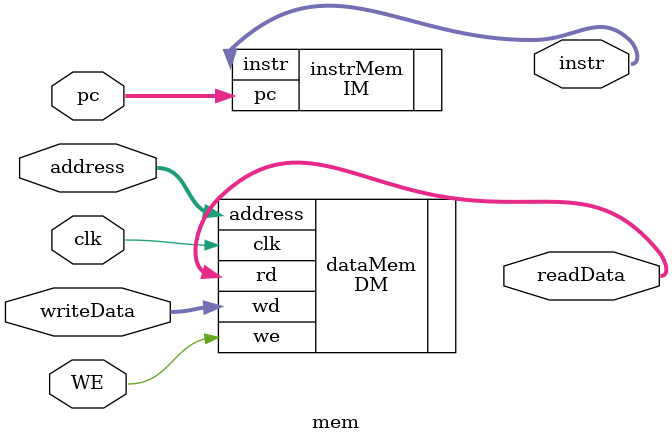
<source format=v>
`include "Mems/DM.v"
`include "Mems/IM.v"

module mem(
    //Entradas
    input wire clk,
    input [15:0] pc,
    input wire WE,
    input [15:0] address,
    input [31:0] writeData,

    //Salidas
    output [31:0] instr,
    output [31:0] readData
);

// ---------- Cableciños ----------

// ---------- ---------- ----------

IM instrMem(
    .pc(pc),
    .instr(instr)
);

DM dataMem(
    .clk(clk),
    .address(address),
    .wd(writeData),
    .we(WE),
    .rd(readData)
);

endmodule
</source>
